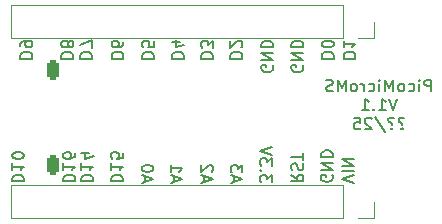
<source format=gbr>
%TF.GenerationSoftware,KiCad,Pcbnew,9.0.3*%
%TF.CreationDate,2025-08-22T06:12:51+02:00*%
%TF.ProjectId,PCB_MF_PicoMicro,5043425f-4d46-45f5-9069-636f4d696372,rev?*%
%TF.SameCoordinates,Original*%
%TF.FileFunction,Legend,Bot*%
%TF.FilePolarity,Positive*%
%FSLAX46Y46*%
G04 Gerber Fmt 4.6, Leading zero omitted, Abs format (unit mm)*
G04 Created by KiCad (PCBNEW 9.0.3) date 2025-08-22 06:12:51*
%MOMM*%
%LPD*%
G01*
G04 APERTURE LIST*
G04 Aperture macros list*
%AMRoundRect*
0 Rectangle with rounded corners*
0 $1 Rounding radius*
0 $2 $3 $4 $5 $6 $7 $8 $9 X,Y pos of 4 corners*
0 Add a 4 corners polygon primitive as box body*
4,1,4,$2,$3,$4,$5,$6,$7,$8,$9,$2,$3,0*
0 Add four circle primitives for the rounded corners*
1,1,$1+$1,$2,$3*
1,1,$1+$1,$4,$5*
1,1,$1+$1,$6,$7*
1,1,$1+$1,$8,$9*
0 Add four rect primitives between the rounded corners*
20,1,$1+$1,$2,$3,$4,$5,0*
20,1,$1+$1,$4,$5,$6,$7,0*
20,1,$1+$1,$6,$7,$8,$9,0*
20,1,$1+$1,$8,$9,$2,$3,0*%
G04 Aperture macros list end*
%ADD10C,0.153000*%
%ADD11C,0.120000*%
%ADD12RoundRect,0.250000X0.265000X0.615000X-0.265000X0.615000X-0.265000X-0.615000X0.265000X-0.615000X0*%
%ADD13O,1.030000X1.730000*%
%ADD14C,0.425000*%
%ADD15C,0.650000*%
%ADD16O,2.100000X1.000000*%
%ADD17O,1.600000X1.000000*%
%ADD18R,1.700000X1.700000*%
%ADD19C,1.700000*%
G04 APERTURE END LIST*
D10*
X124228851Y-96668866D02*
X124228851Y-96192676D01*
X123943136Y-96764104D02*
X124943136Y-96430771D01*
X124943136Y-96430771D02*
X123943136Y-96097438D01*
X124943136Y-95859342D02*
X124943136Y-95240295D01*
X124943136Y-95240295D02*
X124562184Y-95573628D01*
X124562184Y-95573628D02*
X124562184Y-95430771D01*
X124562184Y-95430771D02*
X124514565Y-95335533D01*
X124514565Y-95335533D02*
X124466946Y-95287914D01*
X124466946Y-95287914D02*
X124371708Y-95240295D01*
X124371708Y-95240295D02*
X124133613Y-95240295D01*
X124133613Y-95240295D02*
X124038375Y-95287914D01*
X124038375Y-95287914D02*
X123990756Y-95335533D01*
X123990756Y-95335533D02*
X123943136Y-95430771D01*
X123943136Y-95430771D02*
X123943136Y-95716485D01*
X123943136Y-95716485D02*
X123990756Y-95811723D01*
X123990756Y-95811723D02*
X124038375Y-95859342D01*
X132535517Y-96097438D02*
X132583136Y-96192676D01*
X132583136Y-96192676D02*
X132583136Y-96335533D01*
X132583136Y-96335533D02*
X132535517Y-96478390D01*
X132535517Y-96478390D02*
X132440279Y-96573628D01*
X132440279Y-96573628D02*
X132345041Y-96621247D01*
X132345041Y-96621247D02*
X132154565Y-96668866D01*
X132154565Y-96668866D02*
X132011708Y-96668866D01*
X132011708Y-96668866D02*
X131821232Y-96621247D01*
X131821232Y-96621247D02*
X131725994Y-96573628D01*
X131725994Y-96573628D02*
X131630756Y-96478390D01*
X131630756Y-96478390D02*
X131583136Y-96335533D01*
X131583136Y-96335533D02*
X131583136Y-96240295D01*
X131583136Y-96240295D02*
X131630756Y-96097438D01*
X131630756Y-96097438D02*
X131678375Y-96049819D01*
X131678375Y-96049819D02*
X132011708Y-96049819D01*
X132011708Y-96049819D02*
X132011708Y-96240295D01*
X131583136Y-95621247D02*
X132583136Y-95621247D01*
X132583136Y-95621247D02*
X131583136Y-95049819D01*
X131583136Y-95049819D02*
X132583136Y-95049819D01*
X131583136Y-94573628D02*
X132583136Y-94573628D01*
X132583136Y-94573628D02*
X132583136Y-94335533D01*
X132583136Y-94335533D02*
X132535517Y-94192676D01*
X132535517Y-94192676D02*
X132440279Y-94097438D01*
X132440279Y-94097438D02*
X132345041Y-94049819D01*
X132345041Y-94049819D02*
X132154565Y-94002200D01*
X132154565Y-94002200D02*
X132011708Y-94002200D01*
X132011708Y-94002200D02*
X131821232Y-94049819D01*
X131821232Y-94049819D02*
X131725994Y-94097438D01*
X131725994Y-94097438D02*
X131630756Y-94192676D01*
X131630756Y-94192676D02*
X131583136Y-94335533D01*
X131583136Y-94335533D02*
X131583136Y-94573628D01*
X109610336Y-86236009D02*
X110610336Y-86236009D01*
X110610336Y-86236009D02*
X110610336Y-85997914D01*
X110610336Y-85997914D02*
X110562717Y-85855057D01*
X110562717Y-85855057D02*
X110467479Y-85759819D01*
X110467479Y-85759819D02*
X110372241Y-85712200D01*
X110372241Y-85712200D02*
X110181765Y-85664581D01*
X110181765Y-85664581D02*
X110038908Y-85664581D01*
X110038908Y-85664581D02*
X109848432Y-85712200D01*
X109848432Y-85712200D02*
X109753194Y-85759819D01*
X109753194Y-85759819D02*
X109657956Y-85855057D01*
X109657956Y-85855057D02*
X109610336Y-85997914D01*
X109610336Y-85997914D02*
X109610336Y-86236009D01*
X110181765Y-85093152D02*
X110229384Y-85188390D01*
X110229384Y-85188390D02*
X110277003Y-85236009D01*
X110277003Y-85236009D02*
X110372241Y-85283628D01*
X110372241Y-85283628D02*
X110419860Y-85283628D01*
X110419860Y-85283628D02*
X110515098Y-85236009D01*
X110515098Y-85236009D02*
X110562717Y-85188390D01*
X110562717Y-85188390D02*
X110610336Y-85093152D01*
X110610336Y-85093152D02*
X110610336Y-84902676D01*
X110610336Y-84902676D02*
X110562717Y-84807438D01*
X110562717Y-84807438D02*
X110515098Y-84759819D01*
X110515098Y-84759819D02*
X110419860Y-84712200D01*
X110419860Y-84712200D02*
X110372241Y-84712200D01*
X110372241Y-84712200D02*
X110277003Y-84759819D01*
X110277003Y-84759819D02*
X110229384Y-84807438D01*
X110229384Y-84807438D02*
X110181765Y-84902676D01*
X110181765Y-84902676D02*
X110181765Y-85093152D01*
X110181765Y-85093152D02*
X110134146Y-85188390D01*
X110134146Y-85188390D02*
X110086527Y-85236009D01*
X110086527Y-85236009D02*
X109991289Y-85283628D01*
X109991289Y-85283628D02*
X109800813Y-85283628D01*
X109800813Y-85283628D02*
X109705575Y-85236009D01*
X109705575Y-85236009D02*
X109657956Y-85188390D01*
X109657956Y-85188390D02*
X109610336Y-85093152D01*
X109610336Y-85093152D02*
X109610336Y-84902676D01*
X109610336Y-84902676D02*
X109657956Y-84807438D01*
X109657956Y-84807438D02*
X109705575Y-84759819D01*
X109705575Y-84759819D02*
X109800813Y-84712200D01*
X109800813Y-84712200D02*
X109991289Y-84712200D01*
X109991289Y-84712200D02*
X110086527Y-84759819D01*
X110086527Y-84759819D02*
X110134146Y-84807438D01*
X110134146Y-84807438D02*
X110181765Y-84902676D01*
X130042717Y-86807438D02*
X130090336Y-86902676D01*
X130090336Y-86902676D02*
X130090336Y-87045533D01*
X130090336Y-87045533D02*
X130042717Y-87188390D01*
X130042717Y-87188390D02*
X129947479Y-87283628D01*
X129947479Y-87283628D02*
X129852241Y-87331247D01*
X129852241Y-87331247D02*
X129661765Y-87378866D01*
X129661765Y-87378866D02*
X129518908Y-87378866D01*
X129518908Y-87378866D02*
X129328432Y-87331247D01*
X129328432Y-87331247D02*
X129233194Y-87283628D01*
X129233194Y-87283628D02*
X129137956Y-87188390D01*
X129137956Y-87188390D02*
X129090336Y-87045533D01*
X129090336Y-87045533D02*
X129090336Y-86950295D01*
X129090336Y-86950295D02*
X129137956Y-86807438D01*
X129137956Y-86807438D02*
X129185575Y-86759819D01*
X129185575Y-86759819D02*
X129518908Y-86759819D01*
X129518908Y-86759819D02*
X129518908Y-86950295D01*
X129090336Y-86331247D02*
X130090336Y-86331247D01*
X130090336Y-86331247D02*
X129090336Y-85759819D01*
X129090336Y-85759819D02*
X130090336Y-85759819D01*
X129090336Y-85283628D02*
X130090336Y-85283628D01*
X130090336Y-85283628D02*
X130090336Y-85045533D01*
X130090336Y-85045533D02*
X130042717Y-84902676D01*
X130042717Y-84902676D02*
X129947479Y-84807438D01*
X129947479Y-84807438D02*
X129852241Y-84759819D01*
X129852241Y-84759819D02*
X129661765Y-84712200D01*
X129661765Y-84712200D02*
X129518908Y-84712200D01*
X129518908Y-84712200D02*
X129328432Y-84759819D01*
X129328432Y-84759819D02*
X129233194Y-84807438D01*
X129233194Y-84807438D02*
X129137956Y-84902676D01*
X129137956Y-84902676D02*
X129090336Y-85045533D01*
X129090336Y-85045533D02*
X129090336Y-85283628D01*
X106150336Y-86236009D02*
X107150336Y-86236009D01*
X107150336Y-86236009D02*
X107150336Y-85997914D01*
X107150336Y-85997914D02*
X107102717Y-85855057D01*
X107102717Y-85855057D02*
X107007479Y-85759819D01*
X107007479Y-85759819D02*
X106912241Y-85712200D01*
X106912241Y-85712200D02*
X106721765Y-85664581D01*
X106721765Y-85664581D02*
X106578908Y-85664581D01*
X106578908Y-85664581D02*
X106388432Y-85712200D01*
X106388432Y-85712200D02*
X106293194Y-85759819D01*
X106293194Y-85759819D02*
X106197956Y-85855057D01*
X106197956Y-85855057D02*
X106150336Y-85997914D01*
X106150336Y-85997914D02*
X106150336Y-86236009D01*
X106150336Y-85188390D02*
X106150336Y-84997914D01*
X106150336Y-84997914D02*
X106197956Y-84902676D01*
X106197956Y-84902676D02*
X106245575Y-84855057D01*
X106245575Y-84855057D02*
X106388432Y-84759819D01*
X106388432Y-84759819D02*
X106578908Y-84712200D01*
X106578908Y-84712200D02*
X106959860Y-84712200D01*
X106959860Y-84712200D02*
X107055098Y-84759819D01*
X107055098Y-84759819D02*
X107102717Y-84807438D01*
X107102717Y-84807438D02*
X107150336Y-84902676D01*
X107150336Y-84902676D02*
X107150336Y-85093152D01*
X107150336Y-85093152D02*
X107102717Y-85188390D01*
X107102717Y-85188390D02*
X107055098Y-85236009D01*
X107055098Y-85236009D02*
X106959860Y-85283628D01*
X106959860Y-85283628D02*
X106721765Y-85283628D01*
X106721765Y-85283628D02*
X106626527Y-85236009D01*
X106626527Y-85236009D02*
X106578908Y-85188390D01*
X106578908Y-85188390D02*
X106531289Y-85093152D01*
X106531289Y-85093152D02*
X106531289Y-84902676D01*
X106531289Y-84902676D02*
X106578908Y-84807438D01*
X106578908Y-84807438D02*
X106626527Y-84759819D01*
X106626527Y-84759819D02*
X106721765Y-84712200D01*
X109790336Y-96621247D02*
X110790336Y-96621247D01*
X110790336Y-96621247D02*
X110790336Y-96383152D01*
X110790336Y-96383152D02*
X110742717Y-96240295D01*
X110742717Y-96240295D02*
X110647479Y-96145057D01*
X110647479Y-96145057D02*
X110552241Y-96097438D01*
X110552241Y-96097438D02*
X110361765Y-96049819D01*
X110361765Y-96049819D02*
X110218908Y-96049819D01*
X110218908Y-96049819D02*
X110028432Y-96097438D01*
X110028432Y-96097438D02*
X109933194Y-96145057D01*
X109933194Y-96145057D02*
X109837956Y-96240295D01*
X109837956Y-96240295D02*
X109790336Y-96383152D01*
X109790336Y-96383152D02*
X109790336Y-96621247D01*
X109790336Y-95097438D02*
X109790336Y-95668866D01*
X109790336Y-95383152D02*
X110790336Y-95383152D01*
X110790336Y-95383152D02*
X110647479Y-95478390D01*
X110647479Y-95478390D02*
X110552241Y-95573628D01*
X110552241Y-95573628D02*
X110504622Y-95668866D01*
X110790336Y-94240295D02*
X110790336Y-94430771D01*
X110790336Y-94430771D02*
X110742717Y-94526009D01*
X110742717Y-94526009D02*
X110695098Y-94573628D01*
X110695098Y-94573628D02*
X110552241Y-94668866D01*
X110552241Y-94668866D02*
X110361765Y-94716485D01*
X110361765Y-94716485D02*
X109980813Y-94716485D01*
X109980813Y-94716485D02*
X109885575Y-94668866D01*
X109885575Y-94668866D02*
X109837956Y-94621247D01*
X109837956Y-94621247D02*
X109790336Y-94526009D01*
X109790336Y-94526009D02*
X109790336Y-94335533D01*
X109790336Y-94335533D02*
X109837956Y-94240295D01*
X109837956Y-94240295D02*
X109885575Y-94192676D01*
X109885575Y-94192676D02*
X109980813Y-94145057D01*
X109980813Y-94145057D02*
X110218908Y-94145057D01*
X110218908Y-94145057D02*
X110314146Y-94192676D01*
X110314146Y-94192676D02*
X110361765Y-94240295D01*
X110361765Y-94240295D02*
X110409384Y-94335533D01*
X110409384Y-94335533D02*
X110409384Y-94526009D01*
X110409384Y-94526009D02*
X110361765Y-94621247D01*
X110361765Y-94621247D02*
X110314146Y-94668866D01*
X110314146Y-94668866D02*
X110218908Y-94716485D01*
X105451936Y-96621247D02*
X106451936Y-96621247D01*
X106451936Y-96621247D02*
X106451936Y-96383152D01*
X106451936Y-96383152D02*
X106404317Y-96240295D01*
X106404317Y-96240295D02*
X106309079Y-96145057D01*
X106309079Y-96145057D02*
X106213841Y-96097438D01*
X106213841Y-96097438D02*
X106023365Y-96049819D01*
X106023365Y-96049819D02*
X105880508Y-96049819D01*
X105880508Y-96049819D02*
X105690032Y-96097438D01*
X105690032Y-96097438D02*
X105594794Y-96145057D01*
X105594794Y-96145057D02*
X105499556Y-96240295D01*
X105499556Y-96240295D02*
X105451936Y-96383152D01*
X105451936Y-96383152D02*
X105451936Y-96621247D01*
X105451936Y-95097438D02*
X105451936Y-95668866D01*
X105451936Y-95383152D02*
X106451936Y-95383152D01*
X106451936Y-95383152D02*
X106309079Y-95478390D01*
X106309079Y-95478390D02*
X106213841Y-95573628D01*
X106213841Y-95573628D02*
X106166222Y-95668866D01*
X106451936Y-94478390D02*
X106451936Y-94383152D01*
X106451936Y-94383152D02*
X106404317Y-94287914D01*
X106404317Y-94287914D02*
X106356698Y-94240295D01*
X106356698Y-94240295D02*
X106261460Y-94192676D01*
X106261460Y-94192676D02*
X106070984Y-94145057D01*
X106070984Y-94145057D02*
X105832889Y-94145057D01*
X105832889Y-94145057D02*
X105642413Y-94192676D01*
X105642413Y-94192676D02*
X105547175Y-94240295D01*
X105547175Y-94240295D02*
X105499556Y-94287914D01*
X105499556Y-94287914D02*
X105451936Y-94383152D01*
X105451936Y-94383152D02*
X105451936Y-94478390D01*
X105451936Y-94478390D02*
X105499556Y-94573628D01*
X105499556Y-94573628D02*
X105547175Y-94621247D01*
X105547175Y-94621247D02*
X105642413Y-94668866D01*
X105642413Y-94668866D02*
X105832889Y-94716485D01*
X105832889Y-94716485D02*
X106070984Y-94716485D01*
X106070984Y-94716485D02*
X106261460Y-94668866D01*
X106261460Y-94668866D02*
X106356698Y-94621247D01*
X106356698Y-94621247D02*
X106404317Y-94573628D01*
X106404317Y-94573628D02*
X106451936Y-94478390D01*
X113833136Y-96621247D02*
X114833136Y-96621247D01*
X114833136Y-96621247D02*
X114833136Y-96383152D01*
X114833136Y-96383152D02*
X114785517Y-96240295D01*
X114785517Y-96240295D02*
X114690279Y-96145057D01*
X114690279Y-96145057D02*
X114595041Y-96097438D01*
X114595041Y-96097438D02*
X114404565Y-96049819D01*
X114404565Y-96049819D02*
X114261708Y-96049819D01*
X114261708Y-96049819D02*
X114071232Y-96097438D01*
X114071232Y-96097438D02*
X113975994Y-96145057D01*
X113975994Y-96145057D02*
X113880756Y-96240295D01*
X113880756Y-96240295D02*
X113833136Y-96383152D01*
X113833136Y-96383152D02*
X113833136Y-96621247D01*
X113833136Y-95097438D02*
X113833136Y-95668866D01*
X113833136Y-95383152D02*
X114833136Y-95383152D01*
X114833136Y-95383152D02*
X114690279Y-95478390D01*
X114690279Y-95478390D02*
X114595041Y-95573628D01*
X114595041Y-95573628D02*
X114547422Y-95668866D01*
X114833136Y-94192676D02*
X114833136Y-94668866D01*
X114833136Y-94668866D02*
X114356946Y-94716485D01*
X114356946Y-94716485D02*
X114404565Y-94668866D01*
X114404565Y-94668866D02*
X114452184Y-94573628D01*
X114452184Y-94573628D02*
X114452184Y-94335533D01*
X114452184Y-94335533D02*
X114404565Y-94240295D01*
X114404565Y-94240295D02*
X114356946Y-94192676D01*
X114356946Y-94192676D02*
X114261708Y-94145057D01*
X114261708Y-94145057D02*
X114023613Y-94145057D01*
X114023613Y-94145057D02*
X113928375Y-94192676D01*
X113928375Y-94192676D02*
X113880756Y-94240295D01*
X113880756Y-94240295D02*
X113833136Y-94335533D01*
X113833136Y-94335533D02*
X113833136Y-94573628D01*
X113833136Y-94573628D02*
X113880756Y-94668866D01*
X113880756Y-94668866D02*
X113928375Y-94716485D01*
X116698851Y-96668866D02*
X116698851Y-96192676D01*
X116413136Y-96764104D02*
X117413136Y-96430771D01*
X117413136Y-96430771D02*
X116413136Y-96097438D01*
X117413136Y-95573628D02*
X117413136Y-95478390D01*
X117413136Y-95478390D02*
X117365517Y-95383152D01*
X117365517Y-95383152D02*
X117317898Y-95335533D01*
X117317898Y-95335533D02*
X117222660Y-95287914D01*
X117222660Y-95287914D02*
X117032184Y-95240295D01*
X117032184Y-95240295D02*
X116794089Y-95240295D01*
X116794089Y-95240295D02*
X116603613Y-95287914D01*
X116603613Y-95287914D02*
X116508375Y-95335533D01*
X116508375Y-95335533D02*
X116460756Y-95383152D01*
X116460756Y-95383152D02*
X116413136Y-95478390D01*
X116413136Y-95478390D02*
X116413136Y-95573628D01*
X116413136Y-95573628D02*
X116460756Y-95668866D01*
X116460756Y-95668866D02*
X116508375Y-95716485D01*
X116508375Y-95716485D02*
X116603613Y-95764104D01*
X116603613Y-95764104D02*
X116794089Y-95811723D01*
X116794089Y-95811723D02*
X117032184Y-95811723D01*
X117032184Y-95811723D02*
X117222660Y-95764104D01*
X117222660Y-95764104D02*
X117317898Y-95716485D01*
X117317898Y-95716485D02*
X117365517Y-95668866D01*
X117365517Y-95668866D02*
X117413136Y-95573628D01*
X111190336Y-86236009D02*
X112190336Y-86236009D01*
X112190336Y-86236009D02*
X112190336Y-85997914D01*
X112190336Y-85997914D02*
X112142717Y-85855057D01*
X112142717Y-85855057D02*
X112047479Y-85759819D01*
X112047479Y-85759819D02*
X111952241Y-85712200D01*
X111952241Y-85712200D02*
X111761765Y-85664581D01*
X111761765Y-85664581D02*
X111618908Y-85664581D01*
X111618908Y-85664581D02*
X111428432Y-85712200D01*
X111428432Y-85712200D02*
X111333194Y-85759819D01*
X111333194Y-85759819D02*
X111237956Y-85855057D01*
X111237956Y-85855057D02*
X111190336Y-85997914D01*
X111190336Y-85997914D02*
X111190336Y-86236009D01*
X112190336Y-85331247D02*
X112190336Y-84664581D01*
X112190336Y-84664581D02*
X111190336Y-85093152D01*
X119138851Y-96668866D02*
X119138851Y-96192676D01*
X118853136Y-96764104D02*
X119853136Y-96430771D01*
X119853136Y-96430771D02*
X118853136Y-96097438D01*
X118853136Y-95240295D02*
X118853136Y-95811723D01*
X118853136Y-95526009D02*
X119853136Y-95526009D01*
X119853136Y-95526009D02*
X119710279Y-95621247D01*
X119710279Y-95621247D02*
X119615041Y-95716485D01*
X119615041Y-95716485D02*
X119567422Y-95811723D01*
X116450336Y-86236009D02*
X117450336Y-86236009D01*
X117450336Y-86236009D02*
X117450336Y-85997914D01*
X117450336Y-85997914D02*
X117402717Y-85855057D01*
X117402717Y-85855057D02*
X117307479Y-85759819D01*
X117307479Y-85759819D02*
X117212241Y-85712200D01*
X117212241Y-85712200D02*
X117021765Y-85664581D01*
X117021765Y-85664581D02*
X116878908Y-85664581D01*
X116878908Y-85664581D02*
X116688432Y-85712200D01*
X116688432Y-85712200D02*
X116593194Y-85759819D01*
X116593194Y-85759819D02*
X116497956Y-85855057D01*
X116497956Y-85855057D02*
X116450336Y-85997914D01*
X116450336Y-85997914D02*
X116450336Y-86236009D01*
X117450336Y-84759819D02*
X117450336Y-85236009D01*
X117450336Y-85236009D02*
X116974146Y-85283628D01*
X116974146Y-85283628D02*
X117021765Y-85236009D01*
X117021765Y-85236009D02*
X117069384Y-85140771D01*
X117069384Y-85140771D02*
X117069384Y-84902676D01*
X117069384Y-84902676D02*
X117021765Y-84807438D01*
X117021765Y-84807438D02*
X116974146Y-84759819D01*
X116974146Y-84759819D02*
X116878908Y-84712200D01*
X116878908Y-84712200D02*
X116640813Y-84712200D01*
X116640813Y-84712200D02*
X116545575Y-84759819D01*
X116545575Y-84759819D02*
X116497956Y-84807438D01*
X116497956Y-84807438D02*
X116450336Y-84902676D01*
X116450336Y-84902676D02*
X116450336Y-85140771D01*
X116450336Y-85140771D02*
X116497956Y-85236009D01*
X116497956Y-85236009D02*
X116545575Y-85283628D01*
X111303136Y-96621247D02*
X112303136Y-96621247D01*
X112303136Y-96621247D02*
X112303136Y-96383152D01*
X112303136Y-96383152D02*
X112255517Y-96240295D01*
X112255517Y-96240295D02*
X112160279Y-96145057D01*
X112160279Y-96145057D02*
X112065041Y-96097438D01*
X112065041Y-96097438D02*
X111874565Y-96049819D01*
X111874565Y-96049819D02*
X111731708Y-96049819D01*
X111731708Y-96049819D02*
X111541232Y-96097438D01*
X111541232Y-96097438D02*
X111445994Y-96145057D01*
X111445994Y-96145057D02*
X111350756Y-96240295D01*
X111350756Y-96240295D02*
X111303136Y-96383152D01*
X111303136Y-96383152D02*
X111303136Y-96621247D01*
X111303136Y-95097438D02*
X111303136Y-95668866D01*
X111303136Y-95383152D02*
X112303136Y-95383152D01*
X112303136Y-95383152D02*
X112160279Y-95478390D01*
X112160279Y-95478390D02*
X112065041Y-95573628D01*
X112065041Y-95573628D02*
X112017422Y-95668866D01*
X111969803Y-94240295D02*
X111303136Y-94240295D01*
X112350756Y-94478390D02*
X111636470Y-94716485D01*
X111636470Y-94716485D02*
X111636470Y-94097438D01*
X127492717Y-86807438D02*
X127540336Y-86902676D01*
X127540336Y-86902676D02*
X127540336Y-87045533D01*
X127540336Y-87045533D02*
X127492717Y-87188390D01*
X127492717Y-87188390D02*
X127397479Y-87283628D01*
X127397479Y-87283628D02*
X127302241Y-87331247D01*
X127302241Y-87331247D02*
X127111765Y-87378866D01*
X127111765Y-87378866D02*
X126968908Y-87378866D01*
X126968908Y-87378866D02*
X126778432Y-87331247D01*
X126778432Y-87331247D02*
X126683194Y-87283628D01*
X126683194Y-87283628D02*
X126587956Y-87188390D01*
X126587956Y-87188390D02*
X126540336Y-87045533D01*
X126540336Y-87045533D02*
X126540336Y-86950295D01*
X126540336Y-86950295D02*
X126587956Y-86807438D01*
X126587956Y-86807438D02*
X126635575Y-86759819D01*
X126635575Y-86759819D02*
X126968908Y-86759819D01*
X126968908Y-86759819D02*
X126968908Y-86950295D01*
X126540336Y-86331247D02*
X127540336Y-86331247D01*
X127540336Y-86331247D02*
X126540336Y-85759819D01*
X126540336Y-85759819D02*
X127540336Y-85759819D01*
X126540336Y-85283628D02*
X127540336Y-85283628D01*
X127540336Y-85283628D02*
X127540336Y-85045533D01*
X127540336Y-85045533D02*
X127492717Y-84902676D01*
X127492717Y-84902676D02*
X127397479Y-84807438D01*
X127397479Y-84807438D02*
X127302241Y-84759819D01*
X127302241Y-84759819D02*
X127111765Y-84712200D01*
X127111765Y-84712200D02*
X126968908Y-84712200D01*
X126968908Y-84712200D02*
X126778432Y-84759819D01*
X126778432Y-84759819D02*
X126683194Y-84807438D01*
X126683194Y-84807438D02*
X126587956Y-84902676D01*
X126587956Y-84902676D02*
X126540336Y-85045533D01*
X126540336Y-85045533D02*
X126540336Y-85283628D01*
X123930336Y-86236009D02*
X124930336Y-86236009D01*
X124930336Y-86236009D02*
X124930336Y-85997914D01*
X124930336Y-85997914D02*
X124882717Y-85855057D01*
X124882717Y-85855057D02*
X124787479Y-85759819D01*
X124787479Y-85759819D02*
X124692241Y-85712200D01*
X124692241Y-85712200D02*
X124501765Y-85664581D01*
X124501765Y-85664581D02*
X124358908Y-85664581D01*
X124358908Y-85664581D02*
X124168432Y-85712200D01*
X124168432Y-85712200D02*
X124073194Y-85759819D01*
X124073194Y-85759819D02*
X123977956Y-85855057D01*
X123977956Y-85855057D02*
X123930336Y-85997914D01*
X123930336Y-85997914D02*
X123930336Y-86236009D01*
X124835098Y-85283628D02*
X124882717Y-85236009D01*
X124882717Y-85236009D02*
X124930336Y-85140771D01*
X124930336Y-85140771D02*
X124930336Y-84902676D01*
X124930336Y-84902676D02*
X124882717Y-84807438D01*
X124882717Y-84807438D02*
X124835098Y-84759819D01*
X124835098Y-84759819D02*
X124739860Y-84712200D01*
X124739860Y-84712200D02*
X124644622Y-84712200D01*
X124644622Y-84712200D02*
X124501765Y-84759819D01*
X124501765Y-84759819D02*
X123930336Y-85331247D01*
X123930336Y-85331247D02*
X123930336Y-84712200D01*
X140928570Y-89009775D02*
X140928570Y-88009775D01*
X140928570Y-88009775D02*
X140547618Y-88009775D01*
X140547618Y-88009775D02*
X140452380Y-88057394D01*
X140452380Y-88057394D02*
X140404761Y-88105013D01*
X140404761Y-88105013D02*
X140357142Y-88200251D01*
X140357142Y-88200251D02*
X140357142Y-88343108D01*
X140357142Y-88343108D02*
X140404761Y-88438346D01*
X140404761Y-88438346D02*
X140452380Y-88485965D01*
X140452380Y-88485965D02*
X140547618Y-88533584D01*
X140547618Y-88533584D02*
X140928570Y-88533584D01*
X139928570Y-89009775D02*
X139928570Y-88343108D01*
X139928570Y-88009775D02*
X139976189Y-88057394D01*
X139976189Y-88057394D02*
X139928570Y-88105013D01*
X139928570Y-88105013D02*
X139880951Y-88057394D01*
X139880951Y-88057394D02*
X139928570Y-88009775D01*
X139928570Y-88009775D02*
X139928570Y-88105013D01*
X139023809Y-88962156D02*
X139119047Y-89009775D01*
X139119047Y-89009775D02*
X139309523Y-89009775D01*
X139309523Y-89009775D02*
X139404761Y-88962156D01*
X139404761Y-88962156D02*
X139452380Y-88914536D01*
X139452380Y-88914536D02*
X139499999Y-88819298D01*
X139499999Y-88819298D02*
X139499999Y-88533584D01*
X139499999Y-88533584D02*
X139452380Y-88438346D01*
X139452380Y-88438346D02*
X139404761Y-88390727D01*
X139404761Y-88390727D02*
X139309523Y-88343108D01*
X139309523Y-88343108D02*
X139119047Y-88343108D01*
X139119047Y-88343108D02*
X139023809Y-88390727D01*
X138452380Y-89009775D02*
X138547618Y-88962156D01*
X138547618Y-88962156D02*
X138595237Y-88914536D01*
X138595237Y-88914536D02*
X138642856Y-88819298D01*
X138642856Y-88819298D02*
X138642856Y-88533584D01*
X138642856Y-88533584D02*
X138595237Y-88438346D01*
X138595237Y-88438346D02*
X138547618Y-88390727D01*
X138547618Y-88390727D02*
X138452380Y-88343108D01*
X138452380Y-88343108D02*
X138309523Y-88343108D01*
X138309523Y-88343108D02*
X138214285Y-88390727D01*
X138214285Y-88390727D02*
X138166666Y-88438346D01*
X138166666Y-88438346D02*
X138119047Y-88533584D01*
X138119047Y-88533584D02*
X138119047Y-88819298D01*
X138119047Y-88819298D02*
X138166666Y-88914536D01*
X138166666Y-88914536D02*
X138214285Y-88962156D01*
X138214285Y-88962156D02*
X138309523Y-89009775D01*
X138309523Y-89009775D02*
X138452380Y-89009775D01*
X137690475Y-89009775D02*
X137690475Y-88009775D01*
X137690475Y-88009775D02*
X137357142Y-88724060D01*
X137357142Y-88724060D02*
X137023809Y-88009775D01*
X137023809Y-88009775D02*
X137023809Y-89009775D01*
X136547618Y-89009775D02*
X136547618Y-88343108D01*
X136547618Y-88009775D02*
X136595237Y-88057394D01*
X136595237Y-88057394D02*
X136547618Y-88105013D01*
X136547618Y-88105013D02*
X136499999Y-88057394D01*
X136499999Y-88057394D02*
X136547618Y-88009775D01*
X136547618Y-88009775D02*
X136547618Y-88105013D01*
X135642857Y-88962156D02*
X135738095Y-89009775D01*
X135738095Y-89009775D02*
X135928571Y-89009775D01*
X135928571Y-89009775D02*
X136023809Y-88962156D01*
X136023809Y-88962156D02*
X136071428Y-88914536D01*
X136071428Y-88914536D02*
X136119047Y-88819298D01*
X136119047Y-88819298D02*
X136119047Y-88533584D01*
X136119047Y-88533584D02*
X136071428Y-88438346D01*
X136071428Y-88438346D02*
X136023809Y-88390727D01*
X136023809Y-88390727D02*
X135928571Y-88343108D01*
X135928571Y-88343108D02*
X135738095Y-88343108D01*
X135738095Y-88343108D02*
X135642857Y-88390727D01*
X135214285Y-89009775D02*
X135214285Y-88343108D01*
X135214285Y-88533584D02*
X135166666Y-88438346D01*
X135166666Y-88438346D02*
X135119047Y-88390727D01*
X135119047Y-88390727D02*
X135023809Y-88343108D01*
X135023809Y-88343108D02*
X134928571Y-88343108D01*
X134452380Y-89009775D02*
X134547618Y-88962156D01*
X134547618Y-88962156D02*
X134595237Y-88914536D01*
X134595237Y-88914536D02*
X134642856Y-88819298D01*
X134642856Y-88819298D02*
X134642856Y-88533584D01*
X134642856Y-88533584D02*
X134595237Y-88438346D01*
X134595237Y-88438346D02*
X134547618Y-88390727D01*
X134547618Y-88390727D02*
X134452380Y-88343108D01*
X134452380Y-88343108D02*
X134309523Y-88343108D01*
X134309523Y-88343108D02*
X134214285Y-88390727D01*
X134214285Y-88390727D02*
X134166666Y-88438346D01*
X134166666Y-88438346D02*
X134119047Y-88533584D01*
X134119047Y-88533584D02*
X134119047Y-88819298D01*
X134119047Y-88819298D02*
X134166666Y-88914536D01*
X134166666Y-88914536D02*
X134214285Y-88962156D01*
X134214285Y-88962156D02*
X134309523Y-89009775D01*
X134309523Y-89009775D02*
X134452380Y-89009775D01*
X133690475Y-89009775D02*
X133690475Y-88009775D01*
X133690475Y-88009775D02*
X133357142Y-88724060D01*
X133357142Y-88724060D02*
X133023809Y-88009775D01*
X133023809Y-88009775D02*
X133023809Y-89009775D01*
X132595237Y-88962156D02*
X132452380Y-89009775D01*
X132452380Y-89009775D02*
X132214285Y-89009775D01*
X132214285Y-89009775D02*
X132119047Y-88962156D01*
X132119047Y-88962156D02*
X132071428Y-88914536D01*
X132071428Y-88914536D02*
X132023809Y-88819298D01*
X132023809Y-88819298D02*
X132023809Y-88724060D01*
X132023809Y-88724060D02*
X132071428Y-88628822D01*
X132071428Y-88628822D02*
X132119047Y-88581203D01*
X132119047Y-88581203D02*
X132214285Y-88533584D01*
X132214285Y-88533584D02*
X132404761Y-88485965D01*
X132404761Y-88485965D02*
X132499999Y-88438346D01*
X132499999Y-88438346D02*
X132547618Y-88390727D01*
X132547618Y-88390727D02*
X132595237Y-88295489D01*
X132595237Y-88295489D02*
X132595237Y-88200251D01*
X132595237Y-88200251D02*
X132547618Y-88105013D01*
X132547618Y-88105013D02*
X132499999Y-88057394D01*
X132499999Y-88057394D02*
X132404761Y-88009775D01*
X132404761Y-88009775D02*
X132166666Y-88009775D01*
X132166666Y-88009775D02*
X132023809Y-88057394D01*
X138023808Y-89619719D02*
X137690475Y-90619719D01*
X137690475Y-90619719D02*
X137357142Y-89619719D01*
X136499999Y-90619719D02*
X137071427Y-90619719D01*
X136785713Y-90619719D02*
X136785713Y-89619719D01*
X136785713Y-89619719D02*
X136880951Y-89762576D01*
X136880951Y-89762576D02*
X136976189Y-89857814D01*
X136976189Y-89857814D02*
X137071427Y-89905433D01*
X136071427Y-90524480D02*
X136023808Y-90572100D01*
X136023808Y-90572100D02*
X136071427Y-90619719D01*
X136071427Y-90619719D02*
X136119046Y-90572100D01*
X136119046Y-90572100D02*
X136071427Y-90524480D01*
X136071427Y-90524480D02*
X136071427Y-90619719D01*
X135071428Y-90619719D02*
X135642856Y-90619719D01*
X135357142Y-90619719D02*
X135357142Y-89619719D01*
X135357142Y-89619719D02*
X135452380Y-89762576D01*
X135452380Y-89762576D02*
X135547618Y-89857814D01*
X135547618Y-89857814D02*
X135642856Y-89905433D01*
X138452380Y-92134424D02*
X138404761Y-92182044D01*
X138404761Y-92182044D02*
X138452380Y-92229663D01*
X138452380Y-92229663D02*
X138499999Y-92182044D01*
X138499999Y-92182044D02*
X138452380Y-92134424D01*
X138452380Y-92134424D02*
X138452380Y-92229663D01*
X138642856Y-91277282D02*
X138547618Y-91229663D01*
X138547618Y-91229663D02*
X138309523Y-91229663D01*
X138309523Y-91229663D02*
X138214285Y-91277282D01*
X138214285Y-91277282D02*
X138166666Y-91372520D01*
X138166666Y-91372520D02*
X138166666Y-91467758D01*
X138166666Y-91467758D02*
X138214285Y-91562996D01*
X138214285Y-91562996D02*
X138261904Y-91610615D01*
X138261904Y-91610615D02*
X138357142Y-91658234D01*
X138357142Y-91658234D02*
X138404761Y-91705853D01*
X138404761Y-91705853D02*
X138452380Y-91801091D01*
X138452380Y-91801091D02*
X138452380Y-91848710D01*
X137595237Y-92134424D02*
X137547618Y-92182044D01*
X137547618Y-92182044D02*
X137595237Y-92229663D01*
X137595237Y-92229663D02*
X137642856Y-92182044D01*
X137642856Y-92182044D02*
X137595237Y-92134424D01*
X137595237Y-92134424D02*
X137595237Y-92229663D01*
X137785713Y-91277282D02*
X137690475Y-91229663D01*
X137690475Y-91229663D02*
X137452380Y-91229663D01*
X137452380Y-91229663D02*
X137357142Y-91277282D01*
X137357142Y-91277282D02*
X137309523Y-91372520D01*
X137309523Y-91372520D02*
X137309523Y-91467758D01*
X137309523Y-91467758D02*
X137357142Y-91562996D01*
X137357142Y-91562996D02*
X137404761Y-91610615D01*
X137404761Y-91610615D02*
X137499999Y-91658234D01*
X137499999Y-91658234D02*
X137547618Y-91705853D01*
X137547618Y-91705853D02*
X137595237Y-91801091D01*
X137595237Y-91801091D02*
X137595237Y-91848710D01*
X136166666Y-91182044D02*
X137023808Y-92467758D01*
X135880951Y-91324901D02*
X135833332Y-91277282D01*
X135833332Y-91277282D02*
X135738094Y-91229663D01*
X135738094Y-91229663D02*
X135499999Y-91229663D01*
X135499999Y-91229663D02*
X135404761Y-91277282D01*
X135404761Y-91277282D02*
X135357142Y-91324901D01*
X135357142Y-91324901D02*
X135309523Y-91420139D01*
X135309523Y-91420139D02*
X135309523Y-91515377D01*
X135309523Y-91515377D02*
X135357142Y-91658234D01*
X135357142Y-91658234D02*
X135928570Y-92229663D01*
X135928570Y-92229663D02*
X135309523Y-92229663D01*
X134404761Y-91229663D02*
X134880951Y-91229663D01*
X134880951Y-91229663D02*
X134928570Y-91705853D01*
X134928570Y-91705853D02*
X134880951Y-91658234D01*
X134880951Y-91658234D02*
X134785713Y-91610615D01*
X134785713Y-91610615D02*
X134547618Y-91610615D01*
X134547618Y-91610615D02*
X134452380Y-91658234D01*
X134452380Y-91658234D02*
X134404761Y-91705853D01*
X134404761Y-91705853D02*
X134357142Y-91801091D01*
X134357142Y-91801091D02*
X134357142Y-92039186D01*
X134357142Y-92039186D02*
X134404761Y-92134424D01*
X134404761Y-92134424D02*
X134452380Y-92182044D01*
X134452380Y-92182044D02*
X134547618Y-92229663D01*
X134547618Y-92229663D02*
X134785713Y-92229663D01*
X134785713Y-92229663D02*
X134880951Y-92182044D01*
X134880951Y-92182044D02*
X134928570Y-92134424D01*
X129093136Y-96049819D02*
X129569327Y-96383152D01*
X129093136Y-96621247D02*
X130093136Y-96621247D01*
X130093136Y-96621247D02*
X130093136Y-96240295D01*
X130093136Y-96240295D02*
X130045517Y-96145057D01*
X130045517Y-96145057D02*
X129997898Y-96097438D01*
X129997898Y-96097438D02*
X129902660Y-96049819D01*
X129902660Y-96049819D02*
X129759803Y-96049819D01*
X129759803Y-96049819D02*
X129664565Y-96097438D01*
X129664565Y-96097438D02*
X129616946Y-96145057D01*
X129616946Y-96145057D02*
X129569327Y-96240295D01*
X129569327Y-96240295D02*
X129569327Y-96621247D01*
X129140756Y-95668866D02*
X129093136Y-95526009D01*
X129093136Y-95526009D02*
X129093136Y-95287914D01*
X129093136Y-95287914D02*
X129140756Y-95192676D01*
X129140756Y-95192676D02*
X129188375Y-95145057D01*
X129188375Y-95145057D02*
X129283613Y-95097438D01*
X129283613Y-95097438D02*
X129378851Y-95097438D01*
X129378851Y-95097438D02*
X129474089Y-95145057D01*
X129474089Y-95145057D02*
X129521708Y-95192676D01*
X129521708Y-95192676D02*
X129569327Y-95287914D01*
X129569327Y-95287914D02*
X129616946Y-95478390D01*
X129616946Y-95478390D02*
X129664565Y-95573628D01*
X129664565Y-95573628D02*
X129712184Y-95621247D01*
X129712184Y-95621247D02*
X129807422Y-95668866D01*
X129807422Y-95668866D02*
X129902660Y-95668866D01*
X129902660Y-95668866D02*
X129997898Y-95621247D01*
X129997898Y-95621247D02*
X130045517Y-95573628D01*
X130045517Y-95573628D02*
X130093136Y-95478390D01*
X130093136Y-95478390D02*
X130093136Y-95240295D01*
X130093136Y-95240295D02*
X130045517Y-95097438D01*
X130093136Y-94811723D02*
X130093136Y-94240295D01*
X129093136Y-94526009D02*
X130093136Y-94526009D01*
X131660336Y-86236009D02*
X132660336Y-86236009D01*
X132660336Y-86236009D02*
X132660336Y-85997914D01*
X132660336Y-85997914D02*
X132612717Y-85855057D01*
X132612717Y-85855057D02*
X132517479Y-85759819D01*
X132517479Y-85759819D02*
X132422241Y-85712200D01*
X132422241Y-85712200D02*
X132231765Y-85664581D01*
X132231765Y-85664581D02*
X132088908Y-85664581D01*
X132088908Y-85664581D02*
X131898432Y-85712200D01*
X131898432Y-85712200D02*
X131803194Y-85759819D01*
X131803194Y-85759819D02*
X131707956Y-85855057D01*
X131707956Y-85855057D02*
X131660336Y-85997914D01*
X131660336Y-85997914D02*
X131660336Y-86236009D01*
X132660336Y-85045533D02*
X132660336Y-84950295D01*
X132660336Y-84950295D02*
X132612717Y-84855057D01*
X132612717Y-84855057D02*
X132565098Y-84807438D01*
X132565098Y-84807438D02*
X132469860Y-84759819D01*
X132469860Y-84759819D02*
X132279384Y-84712200D01*
X132279384Y-84712200D02*
X132041289Y-84712200D01*
X132041289Y-84712200D02*
X131850813Y-84759819D01*
X131850813Y-84759819D02*
X131755575Y-84807438D01*
X131755575Y-84807438D02*
X131707956Y-84855057D01*
X131707956Y-84855057D02*
X131660336Y-84950295D01*
X131660336Y-84950295D02*
X131660336Y-85045533D01*
X131660336Y-85045533D02*
X131707956Y-85140771D01*
X131707956Y-85140771D02*
X131755575Y-85188390D01*
X131755575Y-85188390D02*
X131850813Y-85236009D01*
X131850813Y-85236009D02*
X132041289Y-85283628D01*
X132041289Y-85283628D02*
X132279384Y-85283628D01*
X132279384Y-85283628D02*
X132469860Y-85236009D01*
X132469860Y-85236009D02*
X132565098Y-85188390D01*
X132565098Y-85188390D02*
X132612717Y-85140771D01*
X132612717Y-85140771D02*
X132660336Y-85045533D01*
X134390336Y-96764104D02*
X133390336Y-96430771D01*
X133390336Y-96430771D02*
X134390336Y-96097438D01*
X133390336Y-95764104D02*
X134390336Y-95764104D01*
X133390336Y-95287914D02*
X134390336Y-95287914D01*
X134390336Y-95287914D02*
X133390336Y-94716486D01*
X133390336Y-94716486D02*
X134390336Y-94716486D01*
X121430336Y-86236009D02*
X122430336Y-86236009D01*
X122430336Y-86236009D02*
X122430336Y-85997914D01*
X122430336Y-85997914D02*
X122382717Y-85855057D01*
X122382717Y-85855057D02*
X122287479Y-85759819D01*
X122287479Y-85759819D02*
X122192241Y-85712200D01*
X122192241Y-85712200D02*
X122001765Y-85664581D01*
X122001765Y-85664581D02*
X121858908Y-85664581D01*
X121858908Y-85664581D02*
X121668432Y-85712200D01*
X121668432Y-85712200D02*
X121573194Y-85759819D01*
X121573194Y-85759819D02*
X121477956Y-85855057D01*
X121477956Y-85855057D02*
X121430336Y-85997914D01*
X121430336Y-85997914D02*
X121430336Y-86236009D01*
X122430336Y-85331247D02*
X122430336Y-84712200D01*
X122430336Y-84712200D02*
X122049384Y-85045533D01*
X122049384Y-85045533D02*
X122049384Y-84902676D01*
X122049384Y-84902676D02*
X122001765Y-84807438D01*
X122001765Y-84807438D02*
X121954146Y-84759819D01*
X121954146Y-84759819D02*
X121858908Y-84712200D01*
X121858908Y-84712200D02*
X121620813Y-84712200D01*
X121620813Y-84712200D02*
X121525575Y-84759819D01*
X121525575Y-84759819D02*
X121477956Y-84807438D01*
X121477956Y-84807438D02*
X121430336Y-84902676D01*
X121430336Y-84902676D02*
X121430336Y-85188390D01*
X121430336Y-85188390D02*
X121477956Y-85283628D01*
X121477956Y-85283628D02*
X121525575Y-85331247D01*
X113870336Y-86236009D02*
X114870336Y-86236009D01*
X114870336Y-86236009D02*
X114870336Y-85997914D01*
X114870336Y-85997914D02*
X114822717Y-85855057D01*
X114822717Y-85855057D02*
X114727479Y-85759819D01*
X114727479Y-85759819D02*
X114632241Y-85712200D01*
X114632241Y-85712200D02*
X114441765Y-85664581D01*
X114441765Y-85664581D02*
X114298908Y-85664581D01*
X114298908Y-85664581D02*
X114108432Y-85712200D01*
X114108432Y-85712200D02*
X114013194Y-85759819D01*
X114013194Y-85759819D02*
X113917956Y-85855057D01*
X113917956Y-85855057D02*
X113870336Y-85997914D01*
X113870336Y-85997914D02*
X113870336Y-86236009D01*
X114870336Y-84807438D02*
X114870336Y-84997914D01*
X114870336Y-84997914D02*
X114822717Y-85093152D01*
X114822717Y-85093152D02*
X114775098Y-85140771D01*
X114775098Y-85140771D02*
X114632241Y-85236009D01*
X114632241Y-85236009D02*
X114441765Y-85283628D01*
X114441765Y-85283628D02*
X114060813Y-85283628D01*
X114060813Y-85283628D02*
X113965575Y-85236009D01*
X113965575Y-85236009D02*
X113917956Y-85188390D01*
X113917956Y-85188390D02*
X113870336Y-85093152D01*
X113870336Y-85093152D02*
X113870336Y-84902676D01*
X113870336Y-84902676D02*
X113917956Y-84807438D01*
X113917956Y-84807438D02*
X113965575Y-84759819D01*
X113965575Y-84759819D02*
X114060813Y-84712200D01*
X114060813Y-84712200D02*
X114298908Y-84712200D01*
X114298908Y-84712200D02*
X114394146Y-84759819D01*
X114394146Y-84759819D02*
X114441765Y-84807438D01*
X114441765Y-84807438D02*
X114489384Y-84902676D01*
X114489384Y-84902676D02*
X114489384Y-85093152D01*
X114489384Y-85093152D02*
X114441765Y-85188390D01*
X114441765Y-85188390D02*
X114394146Y-85236009D01*
X114394146Y-85236009D02*
X114298908Y-85283628D01*
X121728851Y-96668866D02*
X121728851Y-96192676D01*
X121443136Y-96764104D02*
X122443136Y-96430771D01*
X122443136Y-96430771D02*
X121443136Y-96097438D01*
X122347898Y-95811723D02*
X122395517Y-95764104D01*
X122395517Y-95764104D02*
X122443136Y-95668866D01*
X122443136Y-95668866D02*
X122443136Y-95430771D01*
X122443136Y-95430771D02*
X122395517Y-95335533D01*
X122395517Y-95335533D02*
X122347898Y-95287914D01*
X122347898Y-95287914D02*
X122252660Y-95240295D01*
X122252660Y-95240295D02*
X122157422Y-95240295D01*
X122157422Y-95240295D02*
X122014565Y-95287914D01*
X122014565Y-95287914D02*
X121443136Y-95859342D01*
X121443136Y-95859342D02*
X121443136Y-95240295D01*
X118970336Y-86236009D02*
X119970336Y-86236009D01*
X119970336Y-86236009D02*
X119970336Y-85997914D01*
X119970336Y-85997914D02*
X119922717Y-85855057D01*
X119922717Y-85855057D02*
X119827479Y-85759819D01*
X119827479Y-85759819D02*
X119732241Y-85712200D01*
X119732241Y-85712200D02*
X119541765Y-85664581D01*
X119541765Y-85664581D02*
X119398908Y-85664581D01*
X119398908Y-85664581D02*
X119208432Y-85712200D01*
X119208432Y-85712200D02*
X119113194Y-85759819D01*
X119113194Y-85759819D02*
X119017956Y-85855057D01*
X119017956Y-85855057D02*
X118970336Y-85997914D01*
X118970336Y-85997914D02*
X118970336Y-86236009D01*
X119637003Y-84807438D02*
X118970336Y-84807438D01*
X120017956Y-85045533D02*
X119303670Y-85283628D01*
X119303670Y-85283628D02*
X119303670Y-84664581D01*
X133508336Y-86236009D02*
X134508336Y-86236009D01*
X134508336Y-86236009D02*
X134508336Y-85997914D01*
X134508336Y-85997914D02*
X134460717Y-85855057D01*
X134460717Y-85855057D02*
X134365479Y-85759819D01*
X134365479Y-85759819D02*
X134270241Y-85712200D01*
X134270241Y-85712200D02*
X134079765Y-85664581D01*
X134079765Y-85664581D02*
X133936908Y-85664581D01*
X133936908Y-85664581D02*
X133746432Y-85712200D01*
X133746432Y-85712200D02*
X133651194Y-85759819D01*
X133651194Y-85759819D02*
X133555956Y-85855057D01*
X133555956Y-85855057D02*
X133508336Y-85997914D01*
X133508336Y-85997914D02*
X133508336Y-86236009D01*
X133508336Y-84712200D02*
X133508336Y-85283628D01*
X133508336Y-84997914D02*
X134508336Y-84997914D01*
X134508336Y-84997914D02*
X134365479Y-85093152D01*
X134365479Y-85093152D02*
X134270241Y-85188390D01*
X134270241Y-85188390D02*
X134222622Y-85283628D01*
X127432336Y-96716485D02*
X127432336Y-96097438D01*
X127432336Y-96097438D02*
X127051384Y-96430771D01*
X127051384Y-96430771D02*
X127051384Y-96287914D01*
X127051384Y-96287914D02*
X127003765Y-96192676D01*
X127003765Y-96192676D02*
X126956146Y-96145057D01*
X126956146Y-96145057D02*
X126860908Y-96097438D01*
X126860908Y-96097438D02*
X126622813Y-96097438D01*
X126622813Y-96097438D02*
X126527575Y-96145057D01*
X126527575Y-96145057D02*
X126479956Y-96192676D01*
X126479956Y-96192676D02*
X126432336Y-96287914D01*
X126432336Y-96287914D02*
X126432336Y-96573628D01*
X126432336Y-96573628D02*
X126479956Y-96668866D01*
X126479956Y-96668866D02*
X126527575Y-96716485D01*
X126527575Y-95668866D02*
X126479956Y-95621247D01*
X126479956Y-95621247D02*
X126432336Y-95668866D01*
X126432336Y-95668866D02*
X126479956Y-95716485D01*
X126479956Y-95716485D02*
X126527575Y-95668866D01*
X126527575Y-95668866D02*
X126432336Y-95668866D01*
X127432336Y-95287914D02*
X127432336Y-94668867D01*
X127432336Y-94668867D02*
X127051384Y-95002200D01*
X127051384Y-95002200D02*
X127051384Y-94859343D01*
X127051384Y-94859343D02*
X127003765Y-94764105D01*
X127003765Y-94764105D02*
X126956146Y-94716486D01*
X126956146Y-94716486D02*
X126860908Y-94668867D01*
X126860908Y-94668867D02*
X126622813Y-94668867D01*
X126622813Y-94668867D02*
X126527575Y-94716486D01*
X126527575Y-94716486D02*
X126479956Y-94764105D01*
X126479956Y-94764105D02*
X126432336Y-94859343D01*
X126432336Y-94859343D02*
X126432336Y-95145057D01*
X126432336Y-95145057D02*
X126479956Y-95240295D01*
X126479956Y-95240295D02*
X126527575Y-95287914D01*
X127432336Y-94383152D02*
X126432336Y-94049819D01*
X126432336Y-94049819D02*
X127432336Y-93716486D01*
D11*
%TO.C,J2*%
X105370000Y-99720000D02*
X105370000Y-96960000D01*
X133420000Y-96960000D02*
X105370000Y-96960000D01*
X133420000Y-99720000D02*
X105370000Y-99720000D01*
X133420000Y-99720000D02*
X133420000Y-96960000D01*
X134690000Y-99720000D02*
X136070000Y-99720000D01*
X136070000Y-99720000D02*
X136070000Y-98340000D01*
%TO.C,J1*%
X105370000Y-84490000D02*
X105370000Y-81730000D01*
X133420000Y-81730000D02*
X105370000Y-81730000D01*
X133420000Y-84490000D02*
X105370000Y-84490000D01*
X133420000Y-84490000D02*
X133420000Y-81730000D01*
X134690000Y-84490000D02*
X136070000Y-84490000D01*
X136070000Y-84490000D02*
X136070000Y-83110000D01*
%TD*%
%LPC*%
D12*
%TO.C,J7*%
X108900000Y-87175000D03*
D13*
X107400000Y-87175000D03*
%TD*%
D14*
%TO.C,U1*%
X118350000Y-89697500D03*
X117500000Y-89697500D03*
X116650000Y-89697500D03*
X118350000Y-90547500D03*
X117500000Y-90547500D03*
X116650000Y-90547500D03*
X118350000Y-91397500D03*
X117500000Y-91397500D03*
X116650000Y-91397500D03*
%TD*%
D12*
%TO.C,J8*%
X108900000Y-95225000D03*
D13*
X107400000Y-95225000D03*
%TD*%
D15*
%TO.C,J3*%
X136260000Y-93490000D03*
X136260000Y-87710000D03*
D16*
X135760000Y-94920000D03*
D17*
X139940000Y-94920000D03*
D16*
X135760000Y-86280000D03*
D17*
X139940000Y-86280000D03*
%TD*%
D18*
%TO.C,J2*%
X134690000Y-98340000D03*
D19*
X132150000Y-98340000D03*
X129610000Y-98340000D03*
X127070000Y-98340000D03*
X124530000Y-98340000D03*
X121990000Y-98340000D03*
X119450000Y-98340000D03*
X116910000Y-98340000D03*
X114370000Y-98340000D03*
X111830000Y-98340000D03*
X109290000Y-98340000D03*
X106750000Y-98340000D03*
%TD*%
D18*
%TO.C,J1*%
X134690000Y-83110000D03*
D19*
X132150000Y-83110000D03*
X129610000Y-83110000D03*
X127070000Y-83110000D03*
X124530000Y-83110000D03*
X121990000Y-83110000D03*
X119450000Y-83110000D03*
X116910000Y-83110000D03*
X114370000Y-83110000D03*
X111830000Y-83110000D03*
X109290000Y-83110000D03*
X106750000Y-83110000D03*
%TD*%
%LPD*%
M02*

</source>
